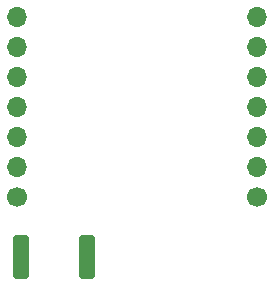
<source format=gbs>
G04 #@! TF.GenerationSoftware,KiCad,Pcbnew,8.0.5-rc1-202409040208~b22948988f~ubuntu24.04.1*
G04 #@! TF.CreationDate,2024-09-06T21:41:45+02:00*
G04 #@! TF.ProjectId,lora-board,6c6f7261-2d62-46f6-9172-642e6b696361,2*
G04 #@! TF.SameCoordinates,Original*
G04 #@! TF.FileFunction,Soldermask,Bot*
G04 #@! TF.FilePolarity,Negative*
%FSLAX46Y46*%
G04 Gerber Fmt 4.6, Leading zero omitted, Abs format (unit mm)*
G04 Created by KiCad (PCBNEW 8.0.5-rc1-202409040208~b22948988f~ubuntu24.04.1) date 2024-09-06 21:41:45*
%MOMM*%
%LPD*%
G01*
G04 APERTURE LIST*
G04 Aperture macros list*
%AMRoundRect*
0 Rectangle with rounded corners*
0 $1 Rounding radius*
0 $2 $3 $4 $5 $6 $7 $8 $9 X,Y pos of 4 corners*
0 Add a 4 corners polygon primitive as box body*
4,1,4,$2,$3,$4,$5,$6,$7,$8,$9,$2,$3,0*
0 Add four circle primitives for the rounded corners*
1,1,$1+$1,$2,$3*
1,1,$1+$1,$4,$5*
1,1,$1+$1,$6,$7*
1,1,$1+$1,$8,$9*
0 Add four rect primitives between the rounded corners*
20,1,$1+$1,$2,$3,$4,$5,0*
20,1,$1+$1,$4,$5,$6,$7,0*
20,1,$1+$1,$6,$7,$8,$9,0*
20,1,$1+$1,$8,$9,$2,$3,0*%
G04 Aperture macros list end*
%ADD10RoundRect,0.250000X-0.425000X-1.600000X0.425000X-1.600000X0.425000X1.600000X-0.425000X1.600000X0*%
%ADD11C,1.700000*%
%ADD12O,1.700000X1.700000*%
G04 APERTURE END LIST*
D10*
X105825000Y-72750000D03*
X100175000Y-72750000D03*
D11*
X120160000Y-67620000D03*
D12*
X120160000Y-65080000D03*
X120160000Y-62540000D03*
X120160000Y-60000000D03*
X120160000Y-57460000D03*
X120160000Y-54920000D03*
X120160000Y-52380000D03*
D11*
X99840000Y-67620000D03*
D12*
X99840000Y-65080000D03*
X99840000Y-62540000D03*
X99840000Y-60000000D03*
X99840000Y-57460000D03*
X99840000Y-54920000D03*
X99840000Y-52380000D03*
M02*

</source>
